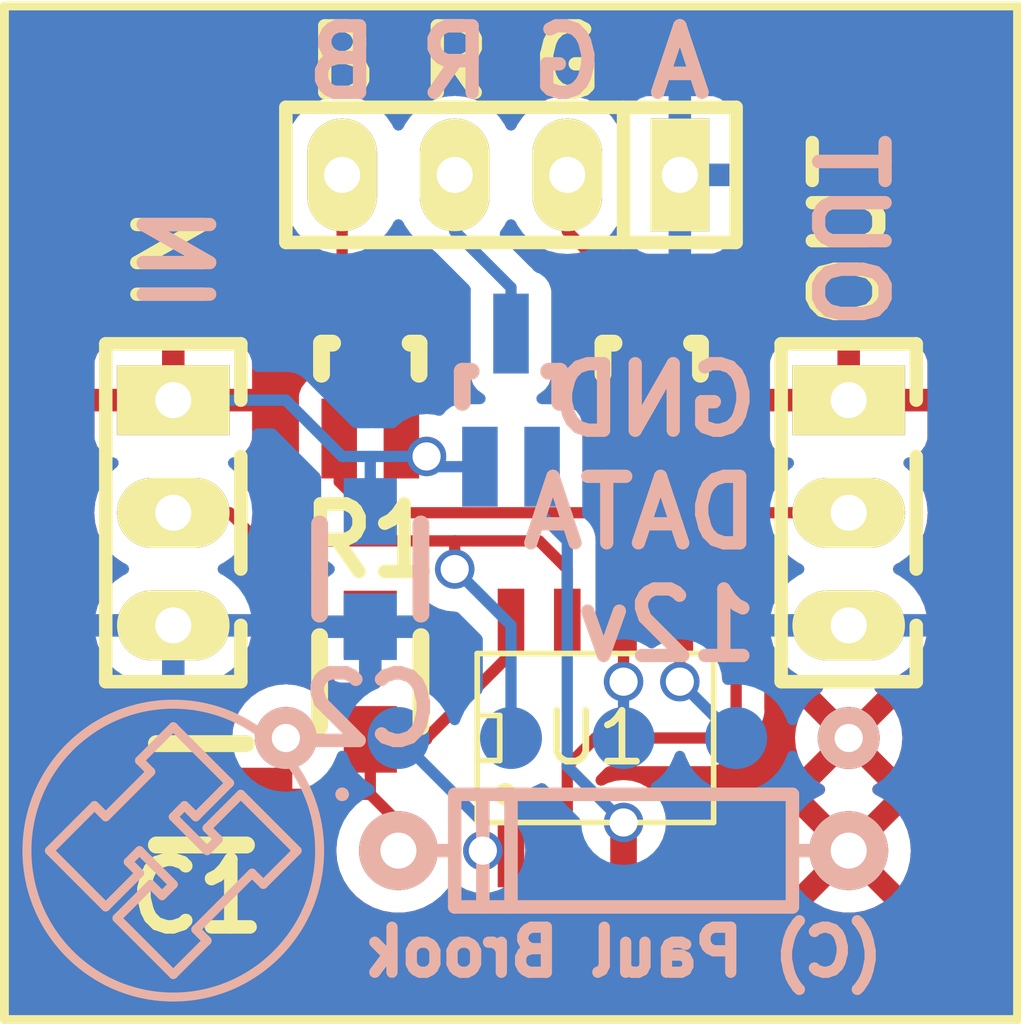
<source format=kicad_pcb>
(kicad_pcb (version 20221018) (generator pcbnew)
  (layers (0 "F.Cu" signal) (31 "B.Cu" signal) (34 "B.Paste" user) (35 "F.Paste" user) (36 "B.SilkS" user) (37 "F.SilkS" user) (38 "B.Mask" user) (39 "F.Mask" user) (44 "Edge.Cuts" user))
  (net 0 "")
  (net 1 "/12v")
  (net 2 "/5v")
  (net 3 "/B")
  (net 4 "/Bl")
  (net 5 "/DI")
  (net 6 "/DO")
  (net 7 "/G")
  (net 8 "/GND")
  (net 9 "/Gl")
  (net 10 "/R")
  (net 11 "/RESET")
  (net 12 "/Rl")
  (footprint "JST-3" (layer "F.Cu") (at 29.21 36.83 -90)
    (fp_text reference "P1" hide)
    (fp_text value "IN" hide)
    (fp_line (start -3.81 -1.524) (end -2.54 -1.524) (stroke (width 0.3048)) (layer "F.SilkS"))
    (fp_line (start -3.81 1.524) (end -3.81 -1.524) (stroke (width 0.3048)) (layer "F.SilkS"))
    (fp_line (start -1.27 -1.524) (end 1.27 -1.524) (stroke (width 0.3048)) (layer "F.SilkS"))
    (fp_line (start 2.54 -1.524) (end 3.81 -1.524) (stroke (width 0.3048)) (layer "F.SilkS"))
    (fp_line (start 3.81 -1.524) (end 3.81 1.524) (stroke (width 0.3048)) (layer "F.SilkS"))
    (fp_line (start 3.81 1.524) (end -3.81 1.524) (stroke (width 0.3048)) (layer "F.SilkS"))
    (pad "1" thru_hole rect (at -2.54 0 270) (size 1.5748 2.54) (drill 0.8128) (layers "*.Cu" "*.Mask" "F.SilkS") (net 8 "/GND"))
    (pad "2" thru_hole oval (at 0 0 270) (size 1.5748 2.54) (drill 0.8128) (layers "*.Cu" "*.Mask" "F.SilkS") (net 5 "/DI"))
    (pad "3" thru_hole oval (at 2.54 0 270) (size 1.5748 2.54) (drill 0.8128) (layers "*.Cu" "*.Mask" "F.SilkS") (net 1 "/12v"))
  )
  (footprint "SO8E" (layer "F.Cu") (at 38.735 41.91)
    (fp_text reference "U1" (at 0 0) (layer "F.SilkS") (effects (font (size 1.143 1.143) (thickness 0.1524))))
    (fp_text value "ATTINY25-SS" hide)
    (fp_line (start -2.667 -1.905) (end -2.667 1.778) (stroke (width 0.127)) (layer "F.SilkS"))
    (fp_line (start -2.667 -0.508) (end -2.159 -0.508) (stroke (width 0.127)) (layer "F.SilkS"))
    (fp_line (start -2.667 1.778) (end -2.667 1.905) (stroke (width 0.127)) (layer "F.SilkS"))
    (fp_line (start -2.667 1.905) (end 2.667 1.905) (stroke (width 0.127)) (layer "F.SilkS"))
    (fp_line (start -2.159 -0.508) (end -2.159 0.508) (stroke (width 0.127)) (layer "F.SilkS"))
    (fp_line (start -2.159 0.508) (end -2.667 0.508) (stroke (width 0.127)) (layer "F.SilkS"))
    (fp_line (start 2.667 -1.905) (end -2.667 -1.905) (stroke (width 0.127)) (layer "F.SilkS"))
    (fp_line (start 2.667 -1.905) (end 2.667 1.905) (stroke (width 0.127)) (layer "F.SilkS"))
    (fp_circle (center -2.032 1.27) (end -1.905 1.27) (stroke (width 0.254)) (fill none) (layer "F.SilkS"))
    (pad "1" smd rect (at -1.905 2.667) (size 0.59944 1.39954) (layers "F.Cu" "F.Paste" "F.Mask") (net 11 "/RESET"))
    (pad "2" smd rect (at -0.635 2.667) (size 0.59944 1.39954) (layers "F.Cu" "F.Paste" "F.Mask") (net 6 "/DO"))
    (pad "3" smd rect (at 0.635 2.667) (size 0.59944 1.39954) (layers "F.Cu" "F.Paste" "F.Mask") (net 10 "/R"))
    (pad "4" smd rect (at 1.905 2.667) (size 0.59944 1.39954) (layers "F.Cu" "F.Paste" "F.Mask") (net 8 "/GND"))
    (pad "5" smd rect (at 1.905 -2.667) (size 0.59944 1.39954) (layers "F.Cu" "F.Paste" "F.Mask") (net 7 "/G"))
    (pad "6" smd rect (at 0.635 -2.667) (size 0.59944 1.39954) (layers "F.Cu" "F.Paste" "F.Mask") (net 3 "/B"))
    (pad "7" smd rect (at -0.635 -2.667) (size 0.59944 1.39954) (layers "F.Cu" "F.Paste" "F.Mask") (net 5 "/DI"))
    (pad "8" smd rect (at -1.905 -2.667) (size 0.59944 1.39954) (layers "F.Cu" "F.Paste" "F.Mask") (net 2 "/5v"))
  )
  (footprint "SOT23_Transistor_Handsoldering_GDS" (layer "F.Cu") (at 40.005 33.655)
    (fp_text reference "Q1" hide)
    (fp_text value "MOSFET_N" hide)
    (fp_line (start -1.09982 -0.65024) (end -0.8509 -0.65024) (stroke (width 0.381)) (layer "F.SilkS"))
    (fp_line (start -1.09982 0.0508) (end -1.09982 -0.65024) (stroke (width 0.381)) (layer "F.SilkS"))
    (fp_line (start 0.89916 -0.65024) (end 1.09982 -0.65024) (stroke (width 0.381)) (layer "F.SilkS"))
    (fp_line (start 1.09982 -0.65024) (end 1.09982 0.0508) (stroke (width 0.381)) (layer "F.SilkS"))
    (pad "D" smd rect (at 0 -1.50114) (size 0.8001 1.80086) (layers "F.Cu" "F.Paste" "F.Mask") (net 9 "/Gl"))
    (pad "G" smd rect (at -0.70104 1.50114) (size 0.8001 1.80086) (layers "F.Cu" "F.Paste" "F.Mask") (net 7 "/G"))
    (pad "S" smd rect (at 0.70104 1.50114) (size 0.8001 1.80086) (layers "F.Cu" "F.Paste" "F.Mask") (net 8 "/GND"))
  )
  (footprint "SOT23_Transistor_Handsoldering_GDS" (layer "F.Cu") (at 33.655 33.655)
    (fp_text reference "Q3" hide)
    (fp_text value "MOSFET_N" hide)
    (fp_line (start -1.09982 -0.65024) (end -0.8509 -0.65024) (stroke (width 0.381)) (layer "F.SilkS"))
    (fp_line (start -1.09982 0.0508) (end -1.09982 -0.65024) (stroke (width 0.381)) (layer "F.SilkS"))
    (fp_line (start 0.89916 -0.65024) (end 1.09982 -0.65024) (stroke (width 0.381)) (layer "F.SilkS"))
    (fp_line (start 1.09982 -0.65024) (end 1.09982 0.0508) (stroke (width 0.381)) (layer "F.SilkS"))
    (pad "D" smd rect (at 0 -1.50114) (size 0.8001 1.80086) (layers "F.Cu" "F.Paste" "F.Mask") (net 4 "/Bl"))
    (pad "G" smd rect (at -0.70104 1.50114) (size 0.8001 1.80086) (layers "F.Cu" "F.Paste" "F.Mask") (net 3 "/B"))
    (pad "S" smd rect (at 0.70104 1.50114) (size 0.8001 1.80086) (layers "F.Cu" "F.Paste" "F.Mask") (net 8 "/GND"))
  )
  (footprint "JST-3" (layer "F.Cu") (at 44.45 36.83 -90)
    (fp_text reference "P2" hide)
    (fp_text value "OUT" hide)
    (fp_line (start -3.81 -1.524) (end -2.54 -1.524) (stroke (width 0.3048)) (layer "F.SilkS"))
    (fp_line (start -3.81 1.524) (end -3.81 -1.524) (stroke (width 0.3048)) (layer "F.SilkS"))
    (fp_line (start -1.27 -1.524) (end 1.27 -1.524) (stroke (width 0.3048)) (layer "F.SilkS"))
    (fp_line (start 2.54 -1.524) (end 3.81 -1.524) (stroke (width 0.3048)) (layer "F.SilkS"))
    (fp_line (start 3.81 -1.524) (end 3.81 1.524) (stroke (width 0.3048)) (layer "F.SilkS"))
    (fp_line (start 3.81 1.524) (end -3.81 1.524) (stroke (width 0.3048)) (layer "F.SilkS"))
    (pad "1" thru_hole rect (at -2.54 0 270) (size 1.5748 2.54) (drill 0.8128) (layers "*.Cu" "*.Mask" "F.SilkS") (net 8 "/GND"))
    (pad "2" thru_hole oval (at 0 0 270) (size 1.5748 2.54) (drill 0.8128) (layers "*.Cu" "*.Mask" "F.SilkS") (net 6 "/DO"))
    (pad "3" thru_hole oval (at 2.54 0 270) (size 1.5748 2.54) (drill 0.8128) (layers "*.Cu" "*.Mask" "F.SilkS") (net 1 "/12v"))
  )
  (footprint "SIL-4-ELL" (layer "F.Cu") (at 36.83 29.21 180)
    (fp_text reference "P3" hide)
    (fp_text value "LED" hide)
    (fp_line (start -5.08 -1.524) (end 5.08 -1.524) (stroke (width 0.3048)) (layer "F.SilkS"))
    (fp_line (start -5.08 -1.27) (end -5.08 -1.27) (stroke (width 0.3048)) (layer "F.SilkS"))
    (fp_line (start -5.08 -1.27) (end -5.08 -1.27) (stroke (width 0.3048)) (layer "F.SilkS"))
    (fp_line (start -5.08 1.524) (end -5.08 -1.524) (stroke (width 0.3048)) (layer "F.SilkS"))
    (fp_line (start -2.54 1.524) (end -2.54 -1.524) (stroke (width 0.3048)) (layer "F.SilkS"))
    (fp_line (start 5.08 -1.524) (end 5.08 1.524) (stroke (width 0.3048)) (layer "F.SilkS"))
    (fp_line (start 5.08 1.524) (end -5.08 1.524) (stroke (width 0.3048)) (layer "F.SilkS"))
    (pad "1" thru_hole rect (at -3.81 0 180) (size 1.3208 2.54) (drill 0.8128) (layers "*.Cu" "*.Mask" "F.SilkS") (net 1 "/12v"))
    (pad "2" thru_hole oval (at -1.27 0 180) (size 1.5748 2.54) (drill 0.8128) (layers "*.Cu" "*.Mask" "F.SilkS") (net 9 "/Gl"))
    (pad "3" thru_hole oval (at 1.27 0 180) (size 1.5748 2.54) (drill 0.8128) (layers "*.Cu" "*.Mask" "F.SilkS") (net 12 "/Rl"))
    (pad "4" thru_hole oval (at 3.81 0 180) (size 1.5748 2.54) (drill 0.8128) (layers "*.Cu" "*.Mask" "F.SilkS") (net 4 "/Bl"))
  )
  (footprint "Resistor_SMD0805_HandSoldering_RevA_Date21Jun2010" (layer "F.Cu") (at 33.655 40.64 -90)
    (fp_text reference "R1" (at -3.175 0) (layer "F.SilkS") (effects (font (size 1.524 1.524) (thickness 0.3048))))
    (fp_text value "4k7" hide)
    (fp_line (start 0 -1.143) (end -1.016 -1.143) (stroke (width 0.381)) (layer "F.SilkS"))
    (fp_line (start 0 -1.143) (end 1.016 -1.143) (stroke (width 0.381)) (layer "F.SilkS"))
    (fp_line (start 0 1.143) (end -1.016 1.143) (stroke (width 0.381)) (layer "F.SilkS"))
    (fp_line (start 0 1.143) (end 1.016 1.143) (stroke (width 0.381)) (layer "F.SilkS"))
    (pad "1" smd rect (at -1.30048 0 270) (size 1.50114 1.19888) (layers "F.Cu" "F.Paste" "F.Mask") (net 1 "/12v"))
    (pad "2" smd rect (at 1.30048 0 270) (size 1.50114 1.19888) (layers "F.Cu" "F.Paste" "F.Mask") (net 2 "/5v"))
  )
  (footprint "Capacitor_SMD0805_HandSoldering_RevA_Date21Jun2010" (layer "F.Cu") (at 29.845 43.18 180)
    (fp_text reference "C1" (at 0.09906 -2.30124 180) (layer "F.SilkS") (effects (font (size 1.524 1.524) (thickness 0.3048))))
    (fp_text value "100n" hide)
    (fp_line (start 0 -1.143) (end -1.016 -1.143) (stroke (width 0.381)) (layer "F.SilkS"))
    (fp_line (start 0 -1.143) (end 1.016 -1.143) (stroke (width 0.381)) (layer "F.SilkS"))
    (fp_line (start 0 1.143) (end -1.016 1.143) (stroke (width 0.381)) (layer "F.SilkS"))
    (fp_line (start 0 1.143) (end 1.016 1.143) (stroke (width 0.381)) (layer "F.SilkS"))
    (pad "1" smd rect (at -1.30048 0 180) (size 1.50114 1.19888) (layers "F.Cu" "F.Paste" "F.Mask") (net 2 "/5v"))
    (pad "2" smd rect (at 1.30048 0 180) (size 1.50114 1.19888) (layers "F.Cu" "F.Paste" "F.Mask") (net 8 "/GND"))
  )
  (footprint "SOT23_Transistor_Handsoldering_GDS" (layer "B.Cu") (at 36.83 34.29 180)
    (fp_text reference "Q2" hide)
    (fp_text value "MOSFET_N" hide)
    (fp_line (start -1.09982 -0.0508) (end -1.09982 0.65024) (stroke (width 0.381)) (layer "B.SilkS"))
    (fp_line (start -1.09982 0.65024) (end -0.8509 0.65024) (stroke (width 0.381)) (layer "B.SilkS"))
    (fp_line (start 0.89916 0.65024) (end 1.09982 0.65024) (stroke (width 0.381)) (layer "B.SilkS"))
    (fp_line (start 1.09982 0.65024) (end 1.09982 -0.0508) (stroke (width 0.381)) (layer "B.SilkS"))
    (pad "D" smd rect (at 0 1.50114 180) (size 0.8001 1.80086) (layers "B.Cu" "B.Paste" "B.Mask") (net 12 "/Rl"))
    (pad "G" smd rect (at -0.70104 -1.50114 180) (size 0.8001 1.80086) (layers "B.Cu" "B.Paste" "B.Mask") (net 10 "/R"))
    (pad "S" smd rect (at 0.70104 -1.50114 180) (size 0.8001 1.80086) (layers "B.Cu" "B.Paste" "B.Mask") (net 8 "/GND"))
  )
  (footprint "D4" (layer "B.Cu") (at 39.37 44.45 180)
    (fp_text reference "D1" hide)
    (fp_text value "5v1" hide)
    (fp_line (start -3.81 -1.27) (end -3.81 1.27) (stroke (width 0.3048)) (layer "B.SilkS"))
    (fp_line (start -3.81 0) (end -5.08 0) (stroke (width 0.3048)) (layer "B.SilkS"))
    (fp_line (start -3.81 1.27) (end 3.81 1.27) (stroke (width 0.3048)) (layer "B.SilkS"))
    (fp_line (start 2.54 -1.27) (end 2.54 1.27) (stroke (width 0.3048)) (layer "B.SilkS"))
    (fp_line (start 3.175 1.27) (end 3.175 -1.27) (stroke (width 0.3048)) (layer "B.SilkS"))
    (fp_line (start 3.81 -1.27) (end -3.81 -1.27) (stroke (width 0.3048)) (layer "B.SilkS"))
    (fp_line (start 3.81 0) (end 5.08 0) (stroke (width 0.3048)) (layer "B.SilkS"))
    (fp_line (start 3.81 1.27) (end 3.81 -1.27) (stroke (width 0.3048)) (layer "B.SilkS"))
    (pad "1" thru_hole circle (at -5.08 0 180) (size 1.778 1.778) (drill 0.8128) (layers "*.Cu" "*.Mask" "B.SilkS") (net 8 "/GND"))
    (pad "2" thru_hole circle (at 5.08 0 180) (size 1.778 1.778) (drill 0.8128) (layers "*.Cu" "*.Mask" "B.SilkS") (net 2 "/5v"))
  )
  (footprint "LOGO_SMALL" (layer "B.Cu") (at 29.21 44.45)
    (fp_text reference "LOGO_SMALL" hide)
    (fp_text value "VAL**" hide)
    (fp_line (start -2.794 0) (end -1.778 -1.016) (stroke (width 0.2032)) (layer "B.SilkS"))
    (fp_line (start -1.778 -1.016) (end -1.524 -0.762) (stroke (width 0.2032)) (layer "B.SilkS"))
    (fp_line (start -1.524 -0.762) (end -0.508 -1.778) (stroke (width 0.2032)) (layer "B.SilkS"))
    (fp_line (start -1.524 1.27) (end -2.794 0) (stroke (width 0.2032)) (layer "B.SilkS"))
    (fp_line (start -1.27 1.524) (end -0.508 0.762) (stroke (width 0.2032)) (layer "B.SilkS"))
    (fp_line (start -1.016 0.254) (end -0.762 0.508) (stroke (width 0.2032)) (layer "B.SilkS"))
    (fp_line (start -0.762 -2.032) (end 0 -2.794) (stroke (width 0.2032)) (layer "B.SilkS"))
    (fp_line (start -0.762 0) (end -1.016 0.254) (stroke (width 0.2032)) (layer "B.SilkS"))
    (fp_line (start -0.762 0.508) (end -1.524 1.27) (stroke (width 0.2032)) (layer "B.SilkS"))
    (fp_line (start -0.508 -1.778) (end -0.762 -2.032) (stroke (width 0.2032)) (layer "B.SilkS"))
    (fp_line (start -0.508 0.762) (end -0.254 1.016) (stroke (width 0.2032)) (layer "B.SilkS"))
    (fp_line (start -0.254 1.016) (end 0 0.762) (stroke (width 0.2032)) (layer "B.SilkS"))
    (fp_line (start 0 -2.794) (end 1.27 -1.524) (stroke (width 0.2032)) (layer "B.SilkS"))
    (fp_line (start 0 0.762) (end -0.762 0) (stroke (width 0.2032)) (layer "B.SilkS"))
    (fp_line (start 0 2.794) (end -1.27 1.524) (stroke (width 0.2032)) (layer "B.SilkS"))
    (fp_line (start 0.254 -1.016) (end 0 -0.762) (stroke (width 0.2032)) (layer "B.SilkS"))
    (fp_line (start 0.508 -0.762) (end 0.254 -1.016) (stroke (width 0.2032)) (layer "B.SilkS"))
    (fp_line (start 0.508 1.778) (end 0.762 2.032) (stroke (width 0.2032)) (layer "B.SilkS"))
    (fp_line (start 0.762 -0.508) (end 1.524 -1.27) (stroke (width 0.2032)) (layer "B.SilkS"))
    (fp_line (start 0.762 0) (end 0 -0.762) (stroke (width 0.2032)) (layer "B.SilkS"))
    (fp_line (start 0.762 0) (end 1.016 -0.254) (stroke (width 0.2032)) (layer "B.SilkS"))
    (fp_line (start 0.762 2.032) (end 0 2.794) (stroke (width 0.2032)) (layer "B.SilkS"))
    (fp_line (start 1.016 -0.254) (end 0.762 -0.508) (stroke (width 0.2032)) (layer "B.SilkS"))
    (fp_line (start 1.27 -1.524) (end 0.508 -0.762) (stroke (width 0.2032)) (layer "B.SilkS"))
    (fp_line (start 1.524 -1.27) (end 2.794 0) (stroke (width 0.2032)) (layer "B.SilkS"))
    (fp_line (start 1.778 0.508) (end 0.508 1.778) (stroke (width 0.2032)) (layer "B.SilkS"))
    (fp_line (start 2.032 0.762) (end 1.778 0.508) (stroke (width 0.2032)) (layer "B.SilkS"))
    (fp_line (start 2.794 0) (end 2.032 0.762) (stroke (width 0.2032)) (layer "B.SilkS"))
    (fp_circle (center 0 0) (end 0 -3.302) (stroke (width 0.2032)) (fill none) (layer "B.SilkS"))
  )
  (footprint "Capacitor_SMD0805_HandSoldering_RevA_Date21Jun2010" (layer "B.Cu") (at 33.655 38.1 90)
    (fp_text reference "C2" (at -3.175 0 180) (layer "B.SilkS") (effects (font (size 1.524 1.524) (thickness 0.3048)) (justify mirror)))
    (fp_text value "10u" hide)
    (fp_line (start 0 -1.143) (end -1.016 -1.143) (stroke (width 0.381)) (layer "B.SilkS"))
    (fp_line (start 0 -1.143) (end 1.016 -1.143) (stroke (width 0.381)) (layer "B.SilkS"))
    (fp_line (start 0 1.143) (end -1.016 1.143) (stroke (width 0.381)) (layer "B.SilkS"))
    (fp_line (start 0 1.143) (end 1.016 1.143) (stroke (width 0.381)) (layer "B.SilkS"))
    (pad "1" smd rect (at -1.30048 0 90) (size 1.50114 1.19888) (layers "B.Cu" "B.Paste" "B.Mask") (net 1 "/12v"))
    (pad "2" smd rect (at 1.30048 0 90) (size 1.50114 1.19888) (layers "B.Cu" "B.Paste" "B.Mask") (net 8 "/GND"))
  )
  (footprint "prog_pads" (layer "B.Cu") (at 38.1 41.91)
    (fp_text reference "P4" hide)
    (fp_text value "PROG" hide)
    (fp_line (start -5.08 1.27) (end -5.08 1.27) (stroke (width 0.3048)) (layer "B.SilkS"))
    (fp_line (start -5.08 1.27) (end -5.08 1.27) (stroke (width 0.3048)) (layer "B.SilkS"))
    (pad "1" thru_hole circle (at -6.35 0) (size 1.397 1.397) (drill 0.635) (layers "*.Cu" "*.Mask" "B.SilkS") (net 2 "/5v"))
    (pad "2" smd circle (at -3.81 0) (size 1.397 1.397) (layers "B.Cu" "B.Paste" "B.Mask") (net 11 "/RESET"))
    (pad "3" connect circle (at -1.27 0) (size 1.397 1.397) (layers "B.Cu" "B.Mask") (net 5 "/DI"))
    (pad "4" connect circle (at 1.27 0) (size 1.397 1.397) (layers "B.Cu" "B.Mask") (net 3 "/B"))
    (pad "5" connect circle (at 3.81 0) (size 1.397 1.397) (layers "B.Cu" "B.Mask") (net 7 "/G"))
    (pad "6" thru_hole circle (at 6.35 0) (size 1.397 1.397) (drill 0.635) (layers "*.Cu" "*.Mask" "B.SilkS") (net 8 "/GND"))
  )
  (gr_line (start 25.4 48.26) (end 25.4 25.4) (stroke (width 0.2)) (layer "F.SilkS"))
  (gr_line (start 48.26 48.26) (end 25.4 48.26) (stroke (width 0.2)) (layer "F.SilkS"))
  (gr_line (start 48.26 25.4) (end 48.26 48.26) (stroke (width 0.2)) (layer "F.SilkS"))
  (gr_line (start 25.4 25.4) (end 48.26 25.4) (stroke (width 0.2)) (layer "F.SilkS"))
  (gr_text "R" (at 35.56 26.67) (layer "B.SilkS") (effects (font (size 1.5 1.5) (thickness 0.3)) (justify mirror)))
  (gr_text "IN" (at 29.21 31.115 270) (layer "B.SilkS") (effects (font (size 1.5 1.5) (thickness 0.3)) (justify mirror)))
  (gr_text "A" (at 40.64 26.67) (layer "B.SilkS") (effects (font (size 1.5 1.5) (thickness 0.3)) (justify mirror)))
  (gr_text "DATA" (at 42.545 36.83) (layer "B.SilkS") (effects (font (size 1.5 1.5) (thickness 0.3)) (justify left mirror)))
  (gr_text "OUT" (at 44.45 30.48 270) (layer "B.SilkS") (effects (font (size 1.5 1.5) (thickness 0.3)) (justify mirror)))
  (gr_text "B" (at 33.02 26.67) (layer "B.SilkS") (effects (font (size 1.5 1.5) (thickness 0.3)) (justify mirror)))
  (gr_text "GND" (at 42.545 34.29) (layer "B.SilkS") (effects (font (size 1.5 1.5) (thickness 0.3)) (justify left mirror)))
  (gr_text "G" (at 38.1 26.67) (layer "B.SilkS") (effects (font (size 1.5 1.5) (thickness 0.3)) (justify mirror)))
  (gr_text "12v" (at 42.545 39.37) (layer "B.SilkS") (effects (font (size 1.5 1.5) (thickness 0.3)) (justify left mirror)))
  (gr_text "(C) Paul Brook" (at 39.37 46.736) (layer "B.SilkS") (effects (font (size 1.016 1.016) (thickness 0.254)) (justify mirror)))
  (gr_text "OUT" (at 44.45 30.48 90) (layer "F.SilkS") (effects (font (size 1.5 1.5) (thickness 0.3))))
  (gr_text "A" (at 40.64 26.67) (layer "F.SilkS") (effects (font (size 1.5 1.5) (thickness 0.3))))
  (gr_text "G" (at 38.1 26.67) (layer "F.SilkS") (effects (font (size 1.5 1.5) (thickness 0.3))))
  (gr_text "R" (at 35.56 26.67) (layer "F.SilkS") (effects (font (size 1.5 1.5) (thickness 0.3))))
  (gr_text "IN" (at 29.21 31.115 90) (layer "F.SilkS") (effects (font (size 1.5 1.5) (thickness 0.3))))
  (gr_text "B" (at 33.02 26.67) (layer "F.SilkS") (effects (font (size 1.5 1.5) (thickness 0.3))))
  (segment (start 33.3375 39.37) (end 33.655 39.0525) (width 0.254) (layer "F.Cu") (net 1))
  (segment (start 29.21 39.37) (end 33.3375 39.37) (width 0.254) (layer "F.Cu") (net 1))
  (segment (start 34.29 43.815) (end 33.655 43.18) (width 0.254) (layer "F.Cu") (net 2))
  (segment (start 33.655 43.18) (end 33.655 41.94048) (width 0.254) (layer "F.Cu") (net 2))
  (segment (start 34.29 41.94048) (end 33.655 41.94048) (width 0.254) (layer "F.Cu") (net 2))
  (segment (start 34.89452 41.94048) (end 34.925 41.91) (width 0.254) (layer "F.Cu") (net 2))
  (segment (start 34.925 41.91) (end 34.925 41.94048) (width 0.254) (layer "F.Cu") (net 2))
  (segment (start 31.75 42.57548) (end 31.14548 43.18) (width 0.254) (layer "F.Cu") (net 2))
  (segment (start 34.29 44.45) (end 34.29 43.815) (width 0.254) (layer "F.Cu") (net 2))
  (segment (start 36.83 40.005) (end 34.89452 41.94048) (width 0.254) (layer "F.Cu") (net 2))
  (segment (start 33.655 43.18) (end 31.14548 43.18) (width 0.254) (layer "F.Cu") (net 2))
  (segment (start 31.75 41.91) (end 31.75 42.57548) (width 0.254) (layer "F.Cu") (net 2))
  (segment (start 34.29 41.94048) (end 34.925 41.94048) (width 0.254) (layer "F.Cu") (net 2))
  (segment (start 36.83 39.243) (end 36.83 40.005) (width 0.254) (layer "F.Cu") (net 2))
  (segment (start 39.37 37.465) (end 38.735 36.83) (width 0.254) (layer "F.Cu") (net 3))
  (segment (start 32.95396 36.12896) (end 33.655 36.83) (width 0.254) (layer "F.Cu") (net 3))
  (segment (start 33.655 36.83) (end 38.735 36.83) (width 0.254) (layer "F.Cu") (net 3))
  (segment (start 39.37 40.64) (end 39.37 39.243) (width 0.254) (layer "F.Cu") (net 3))
  (segment (start 39.37 38.1) (end 39.37 39.243) (width 0.254) (layer "F.Cu") (net 3))
  (segment (start 32.95396 35.15614) (end 32.95396 36.12896) (width 0.254) (layer "F.Cu") (net 3))
  (segment (start 39.37 38.1) (end 39.37 37.465) (width 0.254) (layer "F.Cu") (net 3))
  (via (at 39.37 40.64) (size 0.889) (drill 0.635) (layers "F.Cu" "B.Cu") (net 3))
  (segment (start 39.37 41.91) (end 39.37 40.64) (width 0.254) (layer "B.Cu") (net 3))
  (segment (start 33.655 31.75) (end 33.02 31.115) (width 0.254) (layer "F.Cu") (net 4))
  (segment (start 33.02 31.115) (end 33.02 29.21) (width 0.254) (layer "F.Cu") (net 4))
  (segment (start 33.655 32.639) (end 33.655 31.75) (width 0.254) (layer "F.Cu") (net 4))
  (segment (start 38.1 38.1) (end 37.465 37.465) (width 0.254) (layer "F.Cu") (net 5))
  (segment (start 37.465 37.465) (end 35.56 37.465) (width 0.254) (layer "F.Cu") (net 5))
  (segment (start 31.115 37.465) (end 30.48 36.83) (width 0.254) (layer "F.Cu") (net 5))
  (segment (start 30.48 36.83) (end 29.21 36.83) (width 0.254) (layer "F.Cu") (net 5))
  (segment (start 35.56 37.465) (end 31.115 37.465) (width 0.254) (layer "F.Cu") (net 5))
  (segment (start 38.1 39.243) (end 38.1 38.1) (width 0.254) (layer "F.Cu") (net 5))
  (segment (start 35.56 37.465) (end 35.56 38.1) (width 0.254) (layer "F.Cu") (net 5))
  (via (at 35.56 38.1) (size 0.889) (drill 0.635) (layers "F.Cu" "B.Cu") (net 5))
  (segment (start 35.56 38.1) (end 36.83 39.37) (width 0.254) (layer "B.Cu") (net 5))
  (segment (start 36.83 39.37) (end 36.83 41.91) (width 0.254) (layer "B.Cu") (net 5))
  (segment (start 38.1 42.545) (end 38.735 41.91) (width 0.254) (layer "F.Cu") (net 6))
  (segment (start 38.735 41.91) (end 41.275 41.91) (width 0.254) (layer "F.Cu") (net 6))
  (segment (start 41.275 41.91) (end 41.91 41.275) (width 0.254) (layer "F.Cu") (net 6))
  (segment (start 41.91 41.275) (end 41.91 37.465) (width 0.254) (layer "F.Cu") (net 6))
  (segment (start 41.91 37.465) (end 42.545 36.83) (width 0.254) (layer "F.Cu") (net 6))
  (segment (start 42.545 36.83) (end 44.45 36.83) (width 0.254) (layer "F.Cu") (net 6))
  (segment (start 38.1 44.577) (end 38.1 42.545) (width 0.254) (layer "F.Cu") (net 6))
  (segment (start 39.30396 36.12896) (end 40.64 37.465) (width 0.254) (layer "F.Cu") (net 7))
  (segment (start 40.64 37.465) (end 40.64 39.243) (width 0.254) (layer "F.Cu") (net 7))
  (segment (start 39.30396 35.15614) (end 39.30396 36.12896) (width 0.254) (layer "F.Cu") (net 7))
  (segment (start 40.64 39.243) (end 40.64 40.64) (width 0.254) (layer "F.Cu") (net 7))
  (via (at 40.64 40.64) (size 0.889) (drill 0.635) (layers "F.Cu" "B.Cu") (net 7))
  (segment (start 40.64 40.64) (end 41.91 41.91) (width 0.254) (layer "B.Cu") (net 7))
  (segment (start 34.52114 35.15614) (end 34.925 35.56) (width 0.254) (layer "F.Cu") (net 8))
  (segment (start 34.35604 35.15614) (end 34.52114 35.15614) (width 0.254) (layer "F.Cu") (net 8))
  (via (at 34.925 35.56) (size 0.889) (drill 0.635) (layers "F.Cu" "B.Cu") (net 8))
  (segment (start 33.02 35.56) (end 31.75 34.29) (width 0.254) (layer "B.Cu") (net 8))
  (segment (start 31.75 34.29) (end 29.21 34.29) (width 0.254) (layer "B.Cu") (net 8))
  (segment (start 34.925 35.56) (end 33.655 35.56) (width 0.254) (layer "B.Cu") (net 8))
  (segment (start 33.655 35.56) (end 33.02 35.56) (width 0.254) (layer "B.Cu") (net 8))
  (segment (start 35.15614 35.79114) (end 34.925 35.56) (width 0.254) (layer "B.Cu") (net 8))
  (segment (start 33.655 36.79952) (end 33.655 35.56) (width 0.254) (layer "B.Cu") (net 8))
  (segment (start 36.12896 35.79114) (end 35.15614 35.79114) (width 0.254) (layer "B.Cu") (net 8))
  (segment (start 40.005 32.385) (end 38.1 30.48) (width 0.254) (layer "F.Cu") (net 9))
  (segment (start 38.1 30.48) (end 38.1 29.21) (width 0.254) (layer "F.Cu") (net 9))
  (segment (start 40.005 32.639) (end 40.005 32.385) (width 0.254) (layer "F.Cu") (net 9))
  (segment (start 39.37 43.815) (end 39.37 44.577) (width 0.254) (layer "F.Cu") (net 10))
  (via (at 39.37 43.815) (size 0.889) (drill 0.635) (layers "F.Cu" "B.Cu") (net 10))
  (segment (start 38.1 42.545) (end 38.1 38.735) (width 0.254) (layer "B.Cu") (net 10))
  (segment (start 38.1 37.465) (end 38.1 38.735) (width 0.254) (layer "B.Cu") (net 10))
  (segment (start 37.53104 36.89604) (end 38.1 37.465) (width 0.254) (layer "B.Cu") (net 10))
  (segment (start 37.53104 35.79114) (end 37.53104 36.89604) (width 0.254) (layer "B.Cu") (net 10))
  (segment (start 39.37 43.815) (end 38.1 42.545) (width 0.254) (layer "B.Cu") (net 10))
  (segment (start 36.322 44.577) (end 36.195 44.45) (width 0.254) (layer "F.Cu") (net 11))
  (segment (start 36.83 44.577) (end 36.322 44.577) (width 0.254) (layer "F.Cu") (net 11))
  (via (at 36.195 44.45) (size 0.889) (drill 0.635) (layers "F.Cu" "B.Cu") (net 11))
  (segment (start 36.195 44.45) (end 36.195 43.815) (width 0.254) (layer "B.Cu") (net 11))
  (segment (start 36.195 43.815) (end 34.29 41.91) (width 0.254) (layer "B.Cu") (net 11))
  (segment (start 36.83 31.75) (end 35.56 30.48) (width 0.254) (layer "B.Cu") (net 12))
  (segment (start 35.56 30.48) (end 35.56 29.21) (width 0.254) (layer "B.Cu") (net 12))
  (segment (start 36.83 32.639) (end 36.83 32.385) (width 0.254) (layer "B.Cu") (net 12))
  (segment (start 36.83 32.78886) (end 36.83 31.75) (width 0.254) (layer "B.Cu") (net 12))
  (zone (net 0) (net_name "") (layer "F.Cu") (connect_pads (clearance 0)) (min_thickness 0.254)
    (keepout (tracks allowed) (vias allowed) (pads allowed) (copperpour not_allowed) (footprints allowed))
    (fill (thermal_gap 0.508) (thermal_bridge_width 0.508))
    (polygon (pts (xy 33.02 29.21) (xy 40.005 29.21) (xy 40.005 36.83) (xy 33.02 36.83)))
  )
  (zone (net 8) (net_name "/GND") (layer "F.Cu") (connect_pads (clearance 0.508)) (min_thickness 0.254) (fill yes (thermal_gap 0.508) (thermal_bridge_width 0.508))
    (polygon (pts (xy 25.4 25.4) (xy 48.26 25.4) (xy 48.26 48.26) (xy 25.4 48.26)))
  )
  (zone (net 1) (net_name "/12v") (layer "B.Cu") (connect_pads (clearance 0.508)) (min_thickness 0.254) (fill yes (thermal_gap 0.508) (thermal_bridge_width 0.508))
    (polygon (pts (xy 25.4 25.4) (xy 48.26 25.4) (xy 48.26 48.26) (xy 25.4 48.26)))
  )
)
</source>
